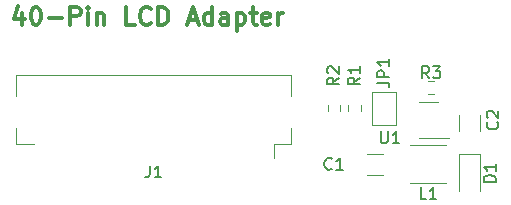
<source format=gbr>
G04 #@! TF.GenerationSoftware,KiCad,Pcbnew,6.0.7-1.fc35*
G04 #@! TF.CreationDate,2022-09-05T19:13:25-05:00*
G04 #@! TF.ProjectId,lcd-adapter,6c63642d-6164-4617-9074-65722e6b6963,rev?*
G04 #@! TF.SameCoordinates,Original*
G04 #@! TF.FileFunction,Legend,Top*
G04 #@! TF.FilePolarity,Positive*
%FSLAX46Y46*%
G04 Gerber Fmt 4.6, Leading zero omitted, Abs format (unit mm)*
G04 Created by KiCad (PCBNEW 6.0.7-1.fc35) date 2022-09-05 19:13:25*
%MOMM*%
%LPD*%
G01*
G04 APERTURE LIST*
%ADD10C,0.300000*%
%ADD11C,0.150000*%
%ADD12C,0.120000*%
G04 APERTURE END LIST*
D10*
X104142857Y-72928571D02*
X104142857Y-73928571D01*
X103785714Y-72357142D02*
X103428571Y-73428571D01*
X104357142Y-73428571D01*
X105214285Y-72428571D02*
X105357142Y-72428571D01*
X105499999Y-72500000D01*
X105571428Y-72571428D01*
X105642857Y-72714285D01*
X105714285Y-73000000D01*
X105714285Y-73357142D01*
X105642857Y-73642857D01*
X105571428Y-73785714D01*
X105499999Y-73857142D01*
X105357142Y-73928571D01*
X105214285Y-73928571D01*
X105071428Y-73857142D01*
X104999999Y-73785714D01*
X104928571Y-73642857D01*
X104857142Y-73357142D01*
X104857142Y-73000000D01*
X104928571Y-72714285D01*
X104999999Y-72571428D01*
X105071428Y-72500000D01*
X105214285Y-72428571D01*
X106357142Y-73357142D02*
X107499999Y-73357142D01*
X108214285Y-73928571D02*
X108214285Y-72428571D01*
X108785714Y-72428571D01*
X108928571Y-72500000D01*
X108999999Y-72571428D01*
X109071428Y-72714285D01*
X109071428Y-72928571D01*
X108999999Y-73071428D01*
X108928571Y-73142857D01*
X108785714Y-73214285D01*
X108214285Y-73214285D01*
X109714285Y-73928571D02*
X109714285Y-72928571D01*
X109714285Y-72428571D02*
X109642857Y-72500000D01*
X109714285Y-72571428D01*
X109785714Y-72500000D01*
X109714285Y-72428571D01*
X109714285Y-72571428D01*
X110428571Y-72928571D02*
X110428571Y-73928571D01*
X110428571Y-73071428D02*
X110499999Y-73000000D01*
X110642857Y-72928571D01*
X110857142Y-72928571D01*
X111000000Y-73000000D01*
X111071428Y-73142857D01*
X111071428Y-73928571D01*
X113642857Y-73928571D02*
X112928571Y-73928571D01*
X112928571Y-72428571D01*
X115000000Y-73785714D02*
X114928571Y-73857142D01*
X114714285Y-73928571D01*
X114571428Y-73928571D01*
X114357142Y-73857142D01*
X114214285Y-73714285D01*
X114142857Y-73571428D01*
X114071428Y-73285714D01*
X114071428Y-73071428D01*
X114142857Y-72785714D01*
X114214285Y-72642857D01*
X114357142Y-72500000D01*
X114571428Y-72428571D01*
X114714285Y-72428571D01*
X114928571Y-72500000D01*
X115000000Y-72571428D01*
X115642857Y-73928571D02*
X115642857Y-72428571D01*
X116000000Y-72428571D01*
X116214285Y-72500000D01*
X116357142Y-72642857D01*
X116428571Y-72785714D01*
X116500000Y-73071428D01*
X116500000Y-73285714D01*
X116428571Y-73571428D01*
X116357142Y-73714285D01*
X116214285Y-73857142D01*
X116000000Y-73928571D01*
X115642857Y-73928571D01*
X118214285Y-73500000D02*
X118928571Y-73500000D01*
X118071428Y-73928571D02*
X118571428Y-72428571D01*
X119071428Y-73928571D01*
X120214285Y-73928571D02*
X120214285Y-72428571D01*
X120214285Y-73857142D02*
X120071428Y-73928571D01*
X119785714Y-73928571D01*
X119642857Y-73857142D01*
X119571428Y-73785714D01*
X119500000Y-73642857D01*
X119500000Y-73214285D01*
X119571428Y-73071428D01*
X119642857Y-73000000D01*
X119785714Y-72928571D01*
X120071428Y-72928571D01*
X120214285Y-73000000D01*
X121571428Y-73928571D02*
X121571428Y-73142857D01*
X121500000Y-73000000D01*
X121357142Y-72928571D01*
X121071428Y-72928571D01*
X120928571Y-73000000D01*
X121571428Y-73857142D02*
X121428571Y-73928571D01*
X121071428Y-73928571D01*
X120928571Y-73857142D01*
X120857142Y-73714285D01*
X120857142Y-73571428D01*
X120928571Y-73428571D01*
X121071428Y-73357142D01*
X121428571Y-73357142D01*
X121571428Y-73285714D01*
X122285714Y-72928571D02*
X122285714Y-74428571D01*
X122285714Y-73000000D02*
X122428571Y-72928571D01*
X122714285Y-72928571D01*
X122857142Y-73000000D01*
X122928571Y-73071428D01*
X123000000Y-73214285D01*
X123000000Y-73642857D01*
X122928571Y-73785714D01*
X122857142Y-73857142D01*
X122714285Y-73928571D01*
X122428571Y-73928571D01*
X122285714Y-73857142D01*
X123428571Y-72928571D02*
X124000000Y-72928571D01*
X123642857Y-72428571D02*
X123642857Y-73714285D01*
X123714285Y-73857142D01*
X123857142Y-73928571D01*
X124000000Y-73928571D01*
X125071428Y-73857142D02*
X124928571Y-73928571D01*
X124642857Y-73928571D01*
X124500000Y-73857142D01*
X124428571Y-73714285D01*
X124428571Y-73142857D01*
X124500000Y-73000000D01*
X124642857Y-72928571D01*
X124928571Y-72928571D01*
X125071428Y-73000000D01*
X125142857Y-73142857D01*
X125142857Y-73285714D01*
X124428571Y-73428571D01*
X125785714Y-73928571D02*
X125785714Y-72928571D01*
X125785714Y-73214285D02*
X125857142Y-73071428D01*
X125928571Y-73000000D01*
X126071428Y-72928571D01*
X126214285Y-72928571D01*
D11*
G04 #@! TO.C,J1*
X114916666Y-85852380D02*
X114916666Y-86566666D01*
X114869047Y-86709523D01*
X114773809Y-86804761D01*
X114630952Y-86852380D01*
X114535714Y-86852380D01*
X115916666Y-86852380D02*
X115345238Y-86852380D01*
X115630952Y-86852380D02*
X115630952Y-85852380D01*
X115535714Y-85995238D01*
X115440476Y-86090476D01*
X115345238Y-86138095D01*
G04 #@! TO.C,D1*
X144202380Y-87238095D02*
X143202380Y-87238095D01*
X143202380Y-87000000D01*
X143250000Y-86857142D01*
X143345238Y-86761904D01*
X143440476Y-86714285D01*
X143630952Y-86666666D01*
X143773809Y-86666666D01*
X143964285Y-86714285D01*
X144059523Y-86761904D01*
X144154761Y-86857142D01*
X144202380Y-87000000D01*
X144202380Y-87238095D01*
X144202380Y-85714285D02*
X144202380Y-86285714D01*
X144202380Y-86000000D02*
X143202380Y-86000000D01*
X143345238Y-86095238D01*
X143440476Y-86190476D01*
X143488095Y-86285714D01*
G04 #@! TO.C,C2*
X144357142Y-82166666D02*
X144404761Y-82214285D01*
X144452380Y-82357142D01*
X144452380Y-82452380D01*
X144404761Y-82595238D01*
X144309523Y-82690476D01*
X144214285Y-82738095D01*
X144023809Y-82785714D01*
X143880952Y-82785714D01*
X143690476Y-82738095D01*
X143595238Y-82690476D01*
X143500000Y-82595238D01*
X143452380Y-82452380D01*
X143452380Y-82357142D01*
X143500000Y-82214285D01*
X143547619Y-82166666D01*
X143547619Y-81785714D02*
X143500000Y-81738095D01*
X143452380Y-81642857D01*
X143452380Y-81404761D01*
X143500000Y-81309523D01*
X143547619Y-81261904D01*
X143642857Y-81214285D01*
X143738095Y-81214285D01*
X143880952Y-81261904D01*
X144452380Y-81833333D01*
X144452380Y-81214285D01*
G04 #@! TO.C,R1*
X132702380Y-78416666D02*
X132226190Y-78750000D01*
X132702380Y-78988095D02*
X131702380Y-78988095D01*
X131702380Y-78607142D01*
X131750000Y-78511904D01*
X131797619Y-78464285D01*
X131892857Y-78416666D01*
X132035714Y-78416666D01*
X132130952Y-78464285D01*
X132178571Y-78511904D01*
X132226190Y-78607142D01*
X132226190Y-78988095D01*
X132702380Y-77464285D02*
X132702380Y-78035714D01*
X132702380Y-77750000D02*
X131702380Y-77750000D01*
X131845238Y-77845238D01*
X131940476Y-77940476D01*
X131988095Y-78035714D01*
G04 #@! TO.C,JP1*
X134202380Y-78833333D02*
X134916666Y-78833333D01*
X135059523Y-78880952D01*
X135154761Y-78976190D01*
X135202380Y-79119047D01*
X135202380Y-79214285D01*
X135202380Y-78357142D02*
X134202380Y-78357142D01*
X134202380Y-77976190D01*
X134250000Y-77880952D01*
X134297619Y-77833333D01*
X134392857Y-77785714D01*
X134535714Y-77785714D01*
X134630952Y-77833333D01*
X134678571Y-77880952D01*
X134726190Y-77976190D01*
X134726190Y-78357142D01*
X135202380Y-76833333D02*
X135202380Y-77404761D01*
X135202380Y-77119047D02*
X134202380Y-77119047D01*
X134345238Y-77214285D01*
X134440476Y-77309523D01*
X134488095Y-77404761D01*
G04 #@! TO.C,R3*
X138583333Y-78452380D02*
X138250000Y-77976190D01*
X138011904Y-78452380D02*
X138011904Y-77452380D01*
X138392857Y-77452380D01*
X138488095Y-77500000D01*
X138535714Y-77547619D01*
X138583333Y-77642857D01*
X138583333Y-77785714D01*
X138535714Y-77880952D01*
X138488095Y-77928571D01*
X138392857Y-77976190D01*
X138011904Y-77976190D01*
X138916666Y-77452380D02*
X139535714Y-77452380D01*
X139202380Y-77833333D01*
X139345238Y-77833333D01*
X139440476Y-77880952D01*
X139488095Y-77928571D01*
X139535714Y-78023809D01*
X139535714Y-78261904D01*
X139488095Y-78357142D01*
X139440476Y-78404761D01*
X139345238Y-78452380D01*
X139059523Y-78452380D01*
X138964285Y-78404761D01*
X138916666Y-78357142D01*
G04 #@! TO.C,C1*
X130333333Y-86107142D02*
X130285714Y-86154761D01*
X130142857Y-86202380D01*
X130047619Y-86202380D01*
X129904761Y-86154761D01*
X129809523Y-86059523D01*
X129761904Y-85964285D01*
X129714285Y-85773809D01*
X129714285Y-85630952D01*
X129761904Y-85440476D01*
X129809523Y-85345238D01*
X129904761Y-85250000D01*
X130047619Y-85202380D01*
X130142857Y-85202380D01*
X130285714Y-85250000D01*
X130333333Y-85297619D01*
X131285714Y-86202380D02*
X130714285Y-86202380D01*
X131000000Y-86202380D02*
X131000000Y-85202380D01*
X130904761Y-85345238D01*
X130809523Y-85440476D01*
X130714285Y-85488095D01*
G04 #@! TO.C,U1*
X134488095Y-82952380D02*
X134488095Y-83761904D01*
X134535714Y-83857142D01*
X134583333Y-83904761D01*
X134678571Y-83952380D01*
X134869047Y-83952380D01*
X134964285Y-83904761D01*
X135011904Y-83857142D01*
X135059523Y-83761904D01*
X135059523Y-82952380D01*
X136059523Y-83952380D02*
X135488095Y-83952380D01*
X135773809Y-83952380D02*
X135773809Y-82952380D01*
X135678571Y-83095238D01*
X135583333Y-83190476D01*
X135488095Y-83238095D01*
G04 #@! TO.C,L1*
X138333333Y-88702380D02*
X137857142Y-88702380D01*
X137857142Y-87702380D01*
X139190476Y-88702380D02*
X138619047Y-88702380D01*
X138904761Y-88702380D02*
X138904761Y-87702380D01*
X138809523Y-87845238D01*
X138714285Y-87940476D01*
X138619047Y-87988095D01*
G04 #@! TO.C,R2*
X130952380Y-78416666D02*
X130476190Y-78750000D01*
X130952380Y-78988095D02*
X129952380Y-78988095D01*
X129952380Y-78607142D01*
X130000000Y-78511904D01*
X130047619Y-78464285D01*
X130142857Y-78416666D01*
X130285714Y-78416666D01*
X130380952Y-78464285D01*
X130428571Y-78511904D01*
X130476190Y-78607142D01*
X130476190Y-78988095D01*
X130047619Y-78035714D02*
X130000000Y-77988095D01*
X129952380Y-77892857D01*
X129952380Y-77654761D01*
X130000000Y-77559523D01*
X130047619Y-77511904D01*
X130142857Y-77464285D01*
X130238095Y-77464285D01*
X130380952Y-77511904D01*
X130952380Y-78083333D01*
X130952380Y-77464285D01*
D12*
G04 #@! TO.C,J1*
X126900000Y-84000000D02*
X126900000Y-82660000D01*
X126900000Y-79940000D02*
X126900000Y-78200000D01*
X125410000Y-84000000D02*
X126900000Y-84000000D01*
X126900000Y-78200000D02*
X103600000Y-78200000D01*
X103600000Y-78200000D02*
X103600000Y-79940000D01*
X103600000Y-84000000D02*
X103600000Y-82660000D01*
X125410000Y-84000000D02*
X125410000Y-85200000D01*
X105090000Y-84000000D02*
X103600000Y-84000000D01*
G04 #@! TO.C,D1*
X142850000Y-84850000D02*
X142850000Y-88000000D01*
X141150000Y-84850000D02*
X141150000Y-88000000D01*
X142850000Y-84850000D02*
X141150000Y-84850000D01*
G04 #@! TO.C,C2*
X141090000Y-82961252D02*
X141090000Y-81538748D01*
X142910000Y-82961252D02*
X142910000Y-81538748D01*
G04 #@! TO.C,R1*
X132772500Y-80745276D02*
X132772500Y-81254724D01*
X131727500Y-80745276D02*
X131727500Y-81254724D01*
G04 #@! TO.C,JP1*
X133750000Y-79600000D02*
X135750000Y-79600000D01*
X135750000Y-82400000D02*
X133750000Y-82400000D01*
X135750000Y-79600000D02*
X135750000Y-82400000D01*
X133750000Y-82400000D02*
X133750000Y-79600000D01*
G04 #@! TO.C,R3*
X139004724Y-78727500D02*
X138495276Y-78727500D01*
X139004724Y-79772500D02*
X138495276Y-79772500D01*
G04 #@! TO.C,C1*
X134711252Y-84840000D02*
X133288748Y-84840000D01*
X134711252Y-86660000D02*
X133288748Y-86660000D01*
G04 #@! TO.C,U1*
X138500000Y-80440000D02*
X137700000Y-80440000D01*
X138500000Y-80440000D02*
X139300000Y-80440000D01*
X138500000Y-83560000D02*
X140300000Y-83560000D01*
X138500000Y-83560000D02*
X137700000Y-83560000D01*
G04 #@! TO.C,L1*
X137000000Y-87350000D02*
X140000000Y-87350000D01*
X137000000Y-84150000D02*
X140000000Y-84150000D01*
G04 #@! TO.C,R2*
X129977500Y-81254724D02*
X129977500Y-80745276D01*
X131022500Y-81254724D02*
X131022500Y-80745276D01*
G04 #@! TD*
M02*

</source>
